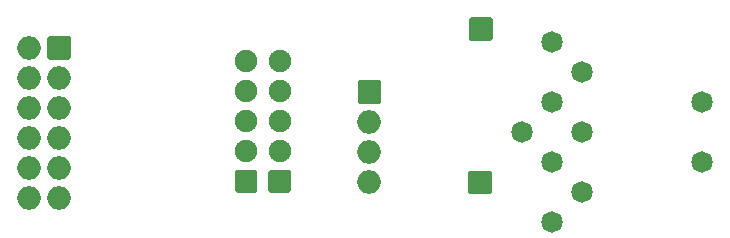
<source format=gbs>
G04 #@! TF.GenerationSoftware,KiCad,Pcbnew,(5.1.12)-1*
G04 #@! TF.CreationDate,2021-11-21T19:42:24+01:00*
G04 #@! TF.ProjectId,buffer,62756666-6572-42e6-9b69-6361645f7063,rev?*
G04 #@! TF.SameCoordinates,Original*
G04 #@! TF.FileFunction,Soldermask,Bot*
G04 #@! TF.FilePolarity,Negative*
%FSLAX46Y46*%
G04 Gerber Fmt 4.6, Leading zero omitted, Abs format (unit mm)*
G04 Created by KiCad (PCBNEW (5.1.12)-1) date 2021-11-21 19:42:24*
%MOMM*%
%LPD*%
G01*
G04 APERTURE LIST*
%ADD10O,2.000000X2.000000*%
%ADD11O,1.900000X1.900000*%
%ADD12C,1.824000*%
G04 APERTURE END LIST*
D10*
X66617400Y-45730160D03*
X66617400Y-43190160D03*
X66617400Y-40650160D03*
G36*
G01*
X65617400Y-38960160D02*
X65617400Y-37260160D01*
G75*
G02*
X65767400Y-37110160I150000J0D01*
G01*
X67467400Y-37110160D01*
G75*
G02*
X67617400Y-37260160I0J-150000D01*
G01*
X67617400Y-38960160D01*
G75*
G02*
X67467400Y-39110160I-150000J0D01*
G01*
X65767400Y-39110160D01*
G75*
G02*
X65617400Y-38960160I0J150000D01*
G01*
G37*
G36*
G01*
X56978000Y-46629360D02*
X55378000Y-46629360D01*
G75*
G02*
X55228000Y-46479360I0J150000D01*
G01*
X55228000Y-44879360D01*
G75*
G02*
X55378000Y-44729360I150000J0D01*
G01*
X56978000Y-44729360D01*
G75*
G02*
X57128000Y-44879360I0J-150000D01*
G01*
X57128000Y-46479360D01*
G75*
G02*
X56978000Y-46629360I-150000J0D01*
G01*
G37*
D11*
X56178000Y-43139360D03*
X56178000Y-40599360D03*
X56178000Y-38059360D03*
X56178000Y-35519360D03*
G36*
G01*
X39353800Y-35226360D02*
X39353800Y-33526360D01*
G75*
G02*
X39503800Y-33376360I150000J0D01*
G01*
X41203800Y-33376360D01*
G75*
G02*
X41353800Y-33526360I0J-150000D01*
G01*
X41353800Y-35226360D01*
G75*
G02*
X41203800Y-35376360I-150000J0D01*
G01*
X39503800Y-35376360D01*
G75*
G02*
X39353800Y-35226360I0J150000D01*
G01*
G37*
D10*
X37813800Y-34376360D03*
X40353800Y-36916360D03*
X37813800Y-36916360D03*
X40353800Y-39456360D03*
X37813800Y-39456360D03*
X40353800Y-41996360D03*
X37813800Y-41996360D03*
X40353800Y-44536360D03*
X37813800Y-44536360D03*
X40353800Y-47076360D03*
X37813800Y-47076360D03*
G36*
G01*
X75190800Y-31801560D02*
X76890800Y-31801560D01*
G75*
G02*
X77040800Y-31951560I0J-150000D01*
G01*
X77040800Y-33651560D01*
G75*
G02*
X76890800Y-33801560I-150000J0D01*
G01*
X75190800Y-33801560D01*
G75*
G02*
X75040800Y-33651560I0J150000D01*
G01*
X75040800Y-31951560D01*
G75*
G02*
X75190800Y-31801560I150000J0D01*
G01*
G37*
D11*
X59022800Y-35519360D03*
X59022800Y-38059360D03*
X59022800Y-40599360D03*
X59022800Y-43139360D03*
G36*
G01*
X59822800Y-46629360D02*
X58222800Y-46629360D01*
G75*
G02*
X58072800Y-46479360I0J150000D01*
G01*
X58072800Y-44879360D01*
G75*
G02*
X58222800Y-44729360I150000J0D01*
G01*
X59822800Y-44729360D01*
G75*
G02*
X59972800Y-44879360I0J-150000D01*
G01*
X59972800Y-46479360D01*
G75*
G02*
X59822800Y-46629360I-150000J0D01*
G01*
G37*
D12*
X82086000Y-33842960D03*
X84626000Y-36382960D03*
X82086000Y-38922960D03*
X84626000Y-41462960D03*
X82086000Y-44002960D03*
X84626000Y-46542960D03*
X82086000Y-49082960D03*
X94786000Y-38922960D03*
X94786000Y-44002960D03*
X79546000Y-41462960D03*
G36*
G01*
X75140000Y-44780960D02*
X76840000Y-44780960D01*
G75*
G02*
X76990000Y-44930960I0J-150000D01*
G01*
X76990000Y-46630960D01*
G75*
G02*
X76840000Y-46780960I-150000J0D01*
G01*
X75140000Y-46780960D01*
G75*
G02*
X74990000Y-46630960I0J150000D01*
G01*
X74990000Y-44930960D01*
G75*
G02*
X75140000Y-44780960I150000J0D01*
G01*
G37*
M02*

</source>
